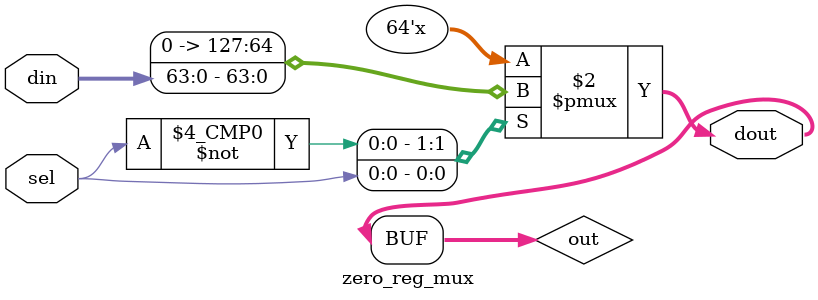
<source format=v>
`timescale 1ns / 1ps
module zero_reg_mux(
		input sel,
		input [63:0] din,
		output [63:0] dout
    );
	 
	 reg [63:0] out;
	 assign dout = out;
	 
	 always @(*) begin
		case (sel)
			1'b0:	out = 64'd0;
			1'b1:	out = din;
		endcase
	 end


endmodule

</source>
